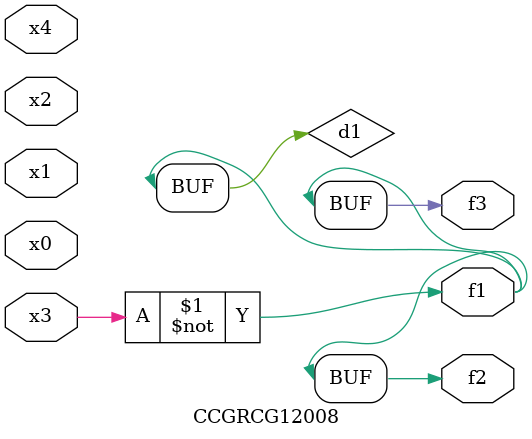
<source format=v>
module CCGRCG12008(
	input x0, x1, x2, x3, x4,
	output f1, f2, f3
);

	wire d1, d2;

	xnor (d1, x3);
	not (d2, x1);
	assign f1 = d1;
	assign f2 = d1;
	assign f3 = d1;
endmodule

</source>
